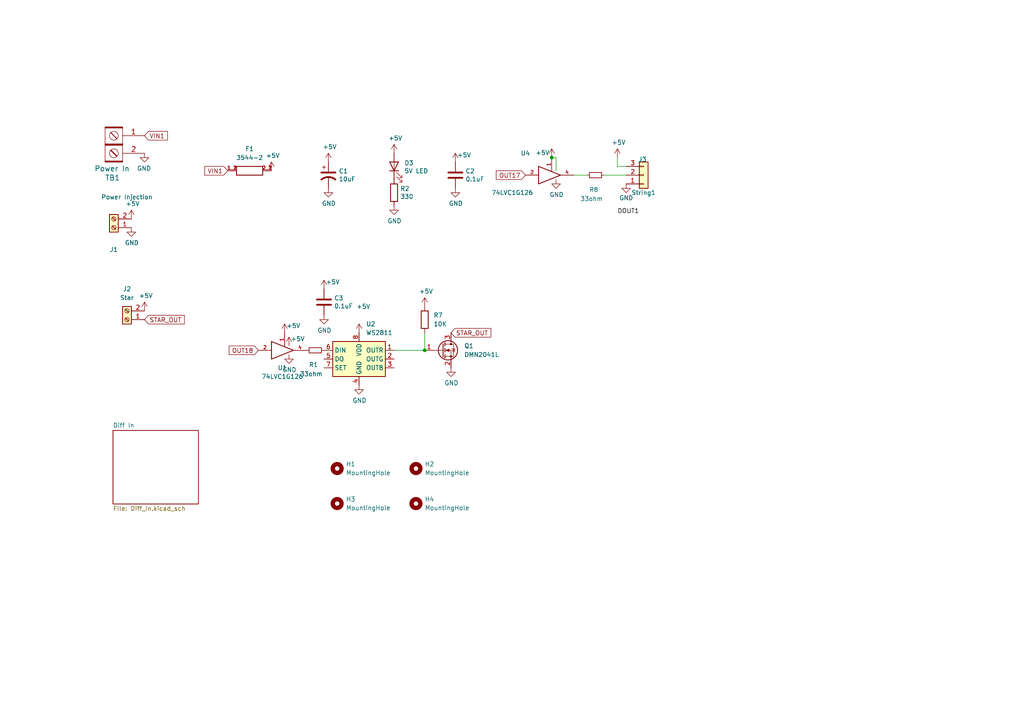
<source format=kicad_sch>
(kicad_sch (version 20211123) (generator eeschema)
  (paper "A4")
  (title_block (title "Receiver Out SMD") (date "2021-08-29") (rev "v1") (company "Scott Hanson"))
  (lib_symbols
    (symbol "74xGxx:74LVC1G126" (pin_names (offset 1.016))
      (property "Reference" "U" (at -2.54 3.81 0))
      (property "Value" "74LVC1G126" (at 0 -3.81 0))
      (symbol "74LVC1G126_0_1"
        (polyline (pts (xy -3.81 2.54) (xy -3.81 -2.54) (xy 2.54 0) (xy -3.81 2.54)) (stroke (width 0.254)))
      )
      (symbol "74LVC1G126_1_1"
        (pin input line (at 0 5.08 270) (length 3.937) (name "~") (number "1"))
        (pin input line (at -7.62 0 0) (length 3.81) (name "~") (number "2"))
        (pin power_in line (at 1.27 -1.27 270) (length 0) hide (name "GND") (number "3"))
        (pin tri_state line (at 6.35 0 180) (length 3.81) (name "~") (number "4"))
        (pin power_in line (at 1.27 1.27 90) (length 0) hide (name "VCC") (number "5"))
      )
    )
    (symbol "Connector:Screw_Terminal_01x02" (pin_names (offset 1.016) hide)
      (property "Reference" "J" (at 0 2.54 0))
      (property "Value" "Screw_Terminal_01x02" (at 0 -5.08 0))
      (symbol "Screw_Terminal_01x02_1_1"
        (rectangle (start -1.27 1.27) (end 1.27 -3.81) (stroke (width 0.254)) (fill (type background)))
        (circle (center 0 -2.54) (radius 0.635) (stroke (width 0.1524)))
        (polyline (pts (xy -0.5334 -2.2098) (xy 0.3302 -3.048)) (stroke (width 0.1524)))
        (polyline (pts (xy -0.5334 0.3302) (xy 0.3302 -0.508)) (stroke (width 0.1524)))
        (polyline (pts (xy -0.3556 -2.032) (xy 0.508 -2.8702)) (stroke (width 0.1524)))
        (polyline (pts (xy -0.3556 0.508) (xy 0.508 -0.3302)) (stroke (width 0.1524)))
        (circle (center 0 0) (radius 0.635) (stroke (width 0.1524)))
        (pin passive line (at -5.08 0 0) (length 3.81) (name "Pin_1") (number "1"))
        (pin passive line (at -5.08 -2.54 0) (length 3.81) (name "Pin_2") (number "2"))
      )
    )
    (symbol "Connector_Generic:Conn_01x03" (pin_names (offset 1.016) hide)
      (property "Reference" "J" (at 0 5.08 0))
      (property "Value" "Conn_01x03" (at 0 -5.08 0))
      (symbol "Conn_01x03_1_1"
        (rectangle (start -1.27 -2.413) (end 0 -2.667) (stroke (width 0.1524)))
        (rectangle (start -1.27 0.127) (end 0 -0.127) (stroke (width 0.1524)))
        (rectangle (start -1.27 2.667) (end 0 2.413) (stroke (width 0.1524)))
        (rectangle (start -1.27 3.81) (end 1.27 -3.81) (stroke (width 0.254)) (fill (type background)))
        (pin passive line (at -5.08 2.54 0) (length 3.81) (name "Pin_1") (number "1"))
        (pin passive line (at -5.08 0 0) (length 3.81) (name "Pin_2") (number "2"))
        (pin passive line (at -5.08 -2.54 0) (length 3.81) (name "Pin_3") (number "3"))
      )
    )
    (symbol "Device:C" (pin_numbers hide) (pin_names (offset 0.254))
      (property "Reference" "C" (at 0.635 2.54 0))
      (property "Value" "C" (at 0.635 -2.54 0))
      (symbol "C_0_1"
        (polyline (pts (xy -2.032 -0.762) (xy 2.032 -0.762)) (stroke (width 0.508)))
        (polyline (pts (xy -2.032 0.762) (xy 2.032 0.762)) (stroke (width 0.508)))
      )
      (symbol "C_1_1"
        (pin passive line (at 0 3.81 270) (length 2.794) (name "~") (number "1"))
        (pin passive line (at 0 -3.81 90) (length 2.794) (name "~") (number "2"))
      )
    )
    (symbol "Device:C_Polarized_US" (pin_numbers hide) (pin_names (offset 0.254) hide)
      (property "Reference" "C" (at 0.635 2.54 0))
      (property "Value" "C_Polarized_US" (at 0.635 -2.54 0))
      (symbol "C_Polarized_US_0_1"
        (polyline (pts (xy -2.032 0.762) (xy 2.032 0.762)) (stroke (width 0.508)))
        (polyline (pts (xy -1.778 2.286) (xy -0.762 2.286)))
        (polyline (pts (xy -1.27 1.778) (xy -1.27 2.794)))
        (arc (start 2.032 -1.27) (mid 0 -0.5572) (end -2.032 -1.27) (stroke (width 0.508)))
      )
      (symbol "C_Polarized_US_1_1"
        (pin passive line (at 0 3.81 270) (length 2.794) (name "~") (number "1"))
        (pin passive line (at 0 -3.81 90) (length 3.302) (name "~") (number "2"))
      )
    )
    (symbol "Device:LED" (pin_numbers hide) (pin_names (offset 1.016) hide)
      (property "Reference" "D" (at 0 2.54 0))
      (property "Value" "LED" (at 0 -2.54 0))
      (symbol "LED_0_1"
        (polyline (pts (xy -1.27 -1.27) (xy -1.27 1.27)) (stroke (width 0.254)))
        (polyline (pts (xy -1.27 0) (xy 1.27 0)))
        (polyline (pts (xy 1.27 -1.27) (xy 1.27 1.27) (xy -1.27 0) (xy 1.27 -1.27)) (stroke (width 0.254)))
        (polyline (pts (xy -3.048 -0.762) (xy -4.572 -2.286) (xy -3.81 -2.286) (xy -4.572 -2.286) (xy -4.572 -1.524)))
        (polyline (pts (xy -1.778 -0.762) (xy -3.302 -2.286) (xy -2.54 -2.286) (xy -3.302 -2.286) (xy -3.302 -1.524)))
      )
      (symbol "LED_1_1"
        (pin passive line (at -3.81 0 0) (length 2.54) (name "K") (number "1"))
        (pin passive line (at 3.81 0 180) (length 2.54) (name "A") (number "2"))
      )
    )
    (symbol "Device:R" (pin_numbers hide) (pin_names (offset 0))
      (property "Reference" "R" (at 2.032 0 90))
      (property "Value" "R" (at 0 0 90))
      (symbol "R_0_1"
        (rectangle (start -1.016 -2.54) (end 1.016 2.54) (stroke (width 0.254)))
      )
      (symbol "R_1_1"
        (pin passive line (at 0 3.81 270) (length 1.27) (name "~") (number "1"))
        (pin passive line (at 0 -3.81 90) (length 1.27) (name "~") (number "2"))
      )
    )
    (symbol "Device:R_Small" (pin_numbers hide) (pin_names (offset 0.254) hide)
      (property "Reference" "R" (at 0.762 0.508 0))
      (property "Value" "R_Small" (at 0.762 -1.016 0))
      (symbol "R_Small_0_1"
        (rectangle (start -0.762 1.778) (end 0.762 -1.778) (stroke (width 0.2032)))
      )
      (symbol "R_Small_1_1"
        (pin passive line (at 0 2.54 270) (length 0.762) (name "~") (number "1"))
        (pin passive line (at 0 -2.54 90) (length 0.762) (name "~") (number "2"))
      )
    )
    (symbol "Driver_LED:WS2811"
      (property "Reference" "U" (at -6.35 6.35 0))
      (property "Value" "WS2811" (at 5.08 6.35 0))
      (symbol "WS2811_0_1"
        (rectangle (start -7.62 5.08) (end 7.62 -5.08) (stroke (width 0.254)) (fill (type background)))
      )
      (symbol "WS2811_1_1"
        (pin output line (at 10.16 2.54 180) (length 2.54) (name "OUTR") (number "1"))
        (pin output line (at 10.16 0 180) (length 2.54) (name "OUTG") (number "2"))
        (pin output line (at 10.16 -2.54 180) (length 2.54) (name "OUTB") (number "3"))
        (pin power_in line (at 0 -7.62 90) (length 2.54) (name "GND") (number "4"))
        (pin output line (at -10.16 0 0) (length 2.54) (name "DO") (number "5"))
        (pin input line (at -10.16 2.54 0) (length 2.54) (name "DIN") (number "6"))
        (pin input line (at -10.16 -2.54 0) (length 2.54) (name "SET") (number "7"))
        (pin power_in line (at 0 7.62 270) (length 2.54) (name "VDD") (number "8"))
      )
    )
    (symbol "Mechanical:MountingHole" (pin_names (offset 1.016))
      (property "Reference" "H" (at 0 5.08 0))
      (property "Value" "MountingHole" (at 0 3.175 0))
      (symbol "MountingHole_0_1"
        (circle (center 0 0) (radius 1.27) (stroke (width 1.27)))
      )
    )
    (symbol "Scotts:3544-2" (pin_names (offset 1.016) hide)
      (property "Reference" "F?" (at -3.81 2.54 0))
      (property "Value" "3544-2" (at -3.81 -2.54 0))
      (symbol "3544-2_0_0"
        (polyline (pts (xy -3.81 -1.27) (xy -3.81 1.27)) (stroke (width 0.254)))
        (polyline (pts (xy -3.81 1.27) (xy 3.81 1.27)) (stroke (width 0.254)))
        (polyline (pts (xy 3.81 -1.27) (xy -3.81 -1.27)) (stroke (width 0.254)))
        (polyline (pts (xy 3.81 1.27) (xy 3.81 -1.27)) (stroke (width 0.254)))
        (text "~" (at 0 0 0) (effects (font (size 1.27 1.27))))
        (pin passive line (at -6.35 0 0) (length 2.54) (name "1") (number "1_1"))
        (pin passive line (at -6.35 0 0) (length 2.54) (name "1") (number "1_2"))
        (pin passive line (at 6.35 0 180) (length 2.54) (name "2") (number "2_1"))
        (pin passive line (at 6.35 0 180) (length 2.54) (name "2") (number "2_2"))
      )
    )
    (symbol "Scotts:BARRIER_BLOCK_1ROW_2POS" (pin_names (offset 1.016) hide)
      (property "Reference" "TB" (at 0.127 -6.731 0))
      (property "Value" "BARRIER_BLOCK_1ROW_2POS" (at 0.254 6.35 0))
      (symbol "BARRIER_BLOCK_1ROW_2POS_0_1"
        (rectangle (start -2.54 5.08) (end 2.54 -5.08))
        (circle (center 0 -2.54) (radius 1.27))
        (polyline (pts (xy -2.54 -4.699) (xy -2.54 -5.08) (xy 2.54 -5.08) (xy 2.54 -4.699)) (fill (type outline)))
        (polyline (pts (xy -2.54 0.254) (xy -2.54 -0.254) (xy 2.54 -0.254) (xy 2.54 0.254)) (fill (type outline)))
        (polyline (pts (xy -2.54 4.699) (xy -2.54 5.08) (xy 2.54 5.08) (xy 2.54 4.699)) (fill (type outline)))
        (polyline (pts (xy -0.8382 -3.5052) (xy -0.9652 -3.3782) (xy 0.8128 -1.6002) (xy 0.9652 -1.7018) (xy -0.8382 -3.5052)) (fill (type outline)))
        (polyline (pts (xy -0.8382 1.5748) (xy -0.9652 1.6764) (xy -0.0508 2.5908) (xy 0.8382 3.4798) (xy 0.9652 3.3528) (xy 0.9652 3.3528)) (fill (type outline)))
        (circle (center 0 2.54) (radius 1.27))
      )
      (symbol "BARRIER_BLOCK_1ROW_2POS_1_1"
        (pin passive line (at -8.89 2.54 0) (length 6.35) (name "P1") (number "1"))
        (pin passive line (at -8.89 -2.54 0) (length 6.35) (name "P2") (number "2"))
      )
    )
    (symbol "Transistor_FET:DMN2041L" (pin_names hide)
      (property "Reference" "Q" (at 5.08 1.905 0))
      (property "Value" "DMN2041L" (at 5.08 0 0))
      (symbol "DMN2041L_0_1"
        (polyline (pts (xy 0.254 0) (xy -2.54 0)))
        (polyline (pts (xy 0.254 1.905) (xy 0.254 -1.905)) (stroke (width 0.254)))
        (polyline (pts (xy 0.762 -1.27) (xy 0.762 -2.286)) (stroke (width 0.254)))
        (polyline (pts (xy 0.762 0.508) (xy 0.762 -0.508)) (stroke (width 0.254)))
        (polyline (pts (xy 0.762 2.286) (xy 0.762 1.27)) (stroke (width 0.254)))
        (polyline (pts (xy 2.54 2.54) (xy 2.54 1.778)))
        (polyline (pts (xy 2.54 -2.54) (xy 2.54 0) (xy 0.762 0)))
        (polyline (pts (xy 0.762 -1.778) (xy 3.302 -1.778) (xy 3.302 1.778) (xy 0.762 1.778)))
        (polyline (pts (xy 1.016 0) (xy 2.032 0.381) (xy 2.032 -0.381) (xy 1.016 0)) (fill (type outline)))
        (polyline (pts (xy 2.794 0.508) (xy 2.921 0.381) (xy 3.683 0.381) (xy 3.81 0.254)))
        (polyline (pts (xy 3.302 0.381) (xy 2.921 -0.254) (xy 3.683 -0.254) (xy 3.302 0.381)))
        (circle (center 1.651 0) (radius 2.794) (stroke (width 0.254)))
        (circle (center 2.54 -1.778) (radius 0.254) (fill (type outline)))
        (circle (center 2.54 1.778) (radius 0.254) (fill (type outline)))
      )
      (symbol "DMN2041L_1_1"
        (pin input line (at -5.08 0 0) (length 2.54) (name "G") (number "1"))
        (pin passive line (at 2.54 -5.08 90) (length 2.54) (name "S") (number "2"))
        (pin passive line (at 2.54 5.08 270) (length 2.54) (name "D") (number "3"))
      )
    )
    (symbol "power:+5V" (power) (pin_names (offset 0))
      (property "Value" "+5V" (at 0 3.556 0))
      (symbol "+5V_0_1"
        (polyline (pts (xy -0.762 1.27) (xy 0 2.54)))
        (polyline (pts (xy 0 0) (xy 0 2.54)))
        (polyline (pts (xy 0 2.54) (xy 0.762 1.27)))
      )
      (symbol "+5V_1_1"
        (pin power_in line (at 0 0 90) (length 0) hide (name "+5V") (number "1"))
      )
    )
    (symbol "power:GND" (power) (pin_names (offset 0))
      (property "Value" "GND" (at 0 -3.81 0))
      (symbol "GND_0_1"
        (polyline (pts (xy 0 0) (xy 0 -1.27) (xy 1.27 -1.27) (xy 0 -2.54) (xy -1.27 -1.27) (xy 0 -1.27)))
      )
      (symbol "GND_1_1"
        (pin power_in line (at 0 0 270) (length 0) hide (name "GND") (number "1"))
      )
    )
  )
  (junction (at 160.02 45.72))
  (junction (at 123.19 101.6))
  (wire (pts (xy 166.37 50.8) (xy 170.18 50.8)))
  (wire (pts (xy 114.3 101.6) (xy 123.19 101.6)))
  (wire (pts (xy 179.07 45.72) (xy 179.07 48.26)))
  (wire (pts (xy 160.02 45.72) (xy 161.29 45.72)))
  (wire (pts (xy 123.19 96.52) (xy 123.19 101.6)))
  (wire (pts (xy 175.26 50.8) (xy 181.61 50.8)))
  (wire (pts (xy 179.07 48.26) (xy 181.61 48.26)))
  (wire (pts (xy 161.29 45.72) (xy 161.29 49.53)))
  (label "DOUT1" (at 179.07 62.23 0))
  (global_label "STAR_OUT" (shape input) (at 130.81 96.52 0) (property "Intersheet References" "${INTERSHEET_REFS}" (effects hide)))
  (global_label "OUT18" (shape input) (at 74.93 101.6 180) (property "Intersheet References" "${INTERSHEET_REFS}" (effects hide)))
  (global_label "VIN1" (shape input) (at 41.91 39.37 0) (property "Intersheet References" "${INTERSHEET_REFS}" (effects hide)))
  (global_label "VIN1" (shape input) (at 66.04 49.53 180) (property "Intersheet References" "${INTERSHEET_REFS}" (effects hide)))
  (global_label "STAR_OUT" (shape input) (at 41.91 92.71 0) (property "Intersheet References" "${INTERSHEET_REFS}" (effects hide)))
  (global_label "OUT17" (shape input) (at 152.4 50.8 180) (property "Intersheet References" "${INTERSHEET_REFS}" (effects hide)))
  (symbol (lib_id "Device:R") (at 114.3 55.88 180) (unit 1)
    (property "Reference" "R2" (at 116.078 54.7116 0) (effects (justify right)))
    (property "Value" "330" (at 116.078 57.023 0) (effects (justify right)))
    (property "Footprint" "Resistor_SMD:R_0603_1608Metric_Pad0.98x0.95mm_HandSolder" (effects hide))
    (property "Digi-Key_PN" "A129677CT-ND" (effects hide))
    (property "MPN" "CRGCQ0603F120R" (effects hide))
    (property "LCSC_PN" "C22787" (effects hide))
  )
  (symbol (lib_id "Device:LED") (at 114.3 48.26 90) (unit 1)
    (property "Reference" "D3" (at 117.2718 47.2694 90) (effects (justify right)))
    (property "Value" "5V LED" (at 117.2718 49.5808 90) (effects (justify right)))
    (property "Footprint" "LED_SMD:LED_0603_1608Metric_Pad1.05x0.95mm_HandSolder" (effects hide))
    (property "Digi-Key_PN" "732-4984-1-ND" (effects hide))
    (property "MPN" "150080RS75000" (effects hide))
    (property "LCSC_PN" "C2286" (effects hide))
  )
  (symbol (lib_id "power:+5V") (at 114.3 44.45 0) (unit 1)
    (property "Reference" "#PWR04" (effects hide))
    (property "Value" "+5V" (at 114.681 40.0558 0))
  )
  (symbol (lib_id "power:GND") (at 114.3 59.69 0) (unit 1)
    (property "Reference" "#PWR05" (effects hide))
    (property "Value" "GND" (at 114.427 64.0842 0))
  )
  (symbol (lib_id "Scotts:BARRIER_BLOCK_1ROW_2POS") (at 33.02 41.91 0) (mirror y) (unit 1)
    (property "Reference" "TB1" (at 32.639 51.562 0) (effects (font (size 1.524 1.524))))
    (property "Value" "Power In" (at 32.512 48.895 0) (effects (font (size 1.524 1.524))))
    (property "Footprint" "Barrier_Blocks:BARRIER_BLOCK_1ROW_2POS" (effects hide))
    (property "Digi-Key_PN" "A98472-ND" (effects hide))
    (property "MPN" "4DB-P108-02" (effects hide))
    (property "LCSC_PN" "C306200" (effects hide))
  )
  (symbol (lib_id "power:GND") (at 41.91 44.45 0) (mirror y) (unit 1)
    (property "Reference" "#PWR0107" (effects hide))
    (property "Value" "GND" (at 41.783 48.8442 0))
  )
  (symbol (lib_id "Device:C_Polarized_US") (at 95.25 50.8 0) (unit 1)
    (property "Reference" "C1" (at 98.2472 49.6316 0) (effects (justify left)))
    (property "Value" "10uF" (at 98.2472 51.943 0) (effects (justify left)))
    (property "Footprint" "Capacitor_SMD:C_0805_2012Metric_Pad1.18x1.45mm_HandSolder" (effects hide))
    (property "Digi-Key_PN" "490-5523-1-ND" (effects hide))
    (property "MPN" "GRM21BR61E106KA73L" (effects hide))
    (property "LCSC_PN" "C15850" (effects hide))
  )
  (symbol (lib_id "power:GND") (at 95.25 54.61 0) (unit 1)
    (property "Reference" "#PWR021" (effects hide))
    (property "Value" "GND" (at 95.377 59.0042 0))
  )
  (symbol (lib_id "power:+5V") (at 95.25 46.99 0) (unit 1)
    (property "Reference" "#PWR022" (effects hide))
    (property "Value" "+5V" (at 95.631 42.5958 0))
  )
  (symbol (lib_id "power:+5V") (at 93.98 83.82 0) (unit 1)
    (property "Reference" "#PWR0113" (effects hide))
    (property "Value" "+5V" (at 96.52 81.788 0))
  )
  (symbol (lib_id "Device:R_Small") (at 172.72 50.8 270) (unit 1)
    (property "Reference" "R8" (at 172.212 54.991 90))
    (property "Value" "33ohm" (at 171.577 57.658 90))
    (property "Footprint" "Resistor_SMD:R_0603_1608Metric_Pad0.98x0.95mm_HandSolder" (effects hide))
    (property "LCSC_PN" "C23140" (effects hide))
    (property "Digi-Key_PN" "311-33GRCT-ND" (effects hide))
    (property "MPN" "RC0603JR-0733RL" (effects hide))
  )
  (symbol (lib_id "74xGxx:74LVC1G126") (at 160.02 50.8 0) (unit 1)
    (property "Reference" "U4" (at 152.4 44.45 0))
    (property "Value" "74LVC1G126" (at 148.59 55.88 0))
    (property "Footprint" "Package_SO:TSOP-5_1.65x3.05mm_P0.95mm" (effects hide))
    (property "Datasheet" "http://www.ti.com/lit/sg/scyt129e/scyt129e.pdf" (effects hide))
    (property "LCSC_PN" "C7834" (effects hide))
  )
  (symbol (lib_id "Device:C") (at 93.98 87.63 0) (unit 1)
    (property "Reference" "C3" (at 96.901 86.4616 0) (effects (justify left)))
    (property "Value" "0.1uF" (at 96.901 88.773 0) (effects (justify left)))
    (property "Footprint" "Capacitor_SMD:C_0402_1005Metric" (effects hide))
    (property "Digi-Key_PN" "1292-1630-1-ND" (effects hide))
    (property "MPN" "0402B104K160CT" (effects hide))
    (property "LCSC_PN" "C1525" (effects hide))
  )
  (symbol (lib_id "power:+5V") (at 83.82 100.33 0) (unit 1)
    (property "Reference" "#PWR0120" (effects hide))
    (property "Value" "+5V" (at 86.36 98.298 0))
  )
  (symbol (lib_id "Driver_LED:WS2811") (at 104.14 104.14 0) (unit 1)
    (property "Reference" "U2" (at 106.1594 93.98 0) (effects (justify left)))
    (property "Value" "WS2811" (at 106.1594 96.52 0) (effects (justify left)))
    (property "Footprint" "Package_SO:SOP-8_3.76x4.96mm_P1.27mm" (effects hide))
    (property "Datasheet" "https://cdn-shop.adafruit.com/datasheets/WS2811.pdf" (effects hide))
    (property "LCSC_PN" "C114581" (effects hide))
  )
  (symbol (lib_id "power:GND") (at 132.08 54.61 0) (unit 1)
    (property "Reference" "#PWR0106" (effects hide))
    (property "Value" "GND" (at 132.207 59.0042 0))
  )
  (symbol (lib_id "power:GND") (at 104.14 111.76 0) (unit 1)
    (property "Reference" "#PWR0118" (effects hide))
    (property "Value" "GND" (at 104.267 116.1542 0))
  )
  (symbol (lib_id "power:GND") (at 83.82 102.87 0) (unit 1)
    (property "Reference" "#PWR0119" (effects hide))
    (property "Value" "GND" (at 83.947 107.2642 0))
  )
  (symbol (lib_id "power:+5V") (at 160.02 45.72 0) (unit 1)
    (property "Reference" "#PWR0103" (effects hide))
    (property "Value" "+5V" (at 157.353 44.323 0))
  )
  (symbol (lib_id "power:GND") (at 181.61 53.34 0) (unit 1)
    (property "Reference" "#PWR0108" (effects hide))
    (property "Value" "GND" (at 181.61 57.404 0))
  )
  (symbol (lib_id "power:GND") (at 38.1 66.04 0) (unit 1)
    (property "Reference" "#PWR0117" (effects hide))
    (property "Value" "GND" (at 38.227 70.4342 0))
  )
  (symbol (lib_id "Device:C") (at 132.08 50.8 0) (unit 1)
    (property "Reference" "C2" (at 135.001 49.6316 0) (effects (justify left)))
    (property "Value" "0.1uF" (at 135.001 51.943 0) (effects (justify left)))
    (property "Footprint" "Capacitor_SMD:C_0402_1005Metric" (effects hide))
    (property "Digi-Key_PN" "1292-1630-1-ND" (effects hide))
    (property "MPN" "0402B104K160CT" (effects hide))
    (property "LCSC_PN" "C1525" (effects hide))
  )
  (symbol (lib_id "power:+5V") (at 104.14 96.52 0) (unit 1)
    (property "Reference" "#PWR0115" (effects hide))
    (property "Value" "+5V" (at 105.41 88.9 0))
  )
  (symbol (lib_id "Mechanical:MountingHole") (at 97.79 135.89 0) (unit 1)
    (property "Reference" "H1" (at 100.33 134.6199 0) (effects (justify left)))
    (property "Value" "MountingHole" (at 100.33 137.1599 0) (effects (justify left)))
    (property "Footprint" "Scotts:MountingHole_3.7mm" (effects hide))
  )
  (symbol (lib_id "Connector_Generic:Conn_01x03") (at 186.69 50.8 0) (mirror x) (unit 1)
    (property "Reference" "J3" (at 185.166 46.228 0) (effects (justify left)))
    (property "Value" "String1" (at 183.134 55.88 0) (effects (justify left)))
    (property "Footprint" "Scotts:PhoenixContact_MCV_3.81mm_3.5mm_1x03_Vertical" (effects hide))
    (property "Digi-Key_PN" "277-5737-ND/ED10555-ND" (effects hide))
    (property "MPN" "1843619/OSTTJ0311530" (effects hide))
    (property "LCSC_PN" "C192778" (effects hide))
  )
  (symbol (lib_id "74xGxx:74LVC1G126") (at 82.55 101.6 0) (unit 1)
    (property "Reference" "U1" (at 81.915 106.68 0))
    (property "Value" "74LVC1G126" (at 81.915 109.22 0))
    (property "Footprint" "Package_SO:TSOP-5_1.65x3.05mm_P0.95mm" (effects hide))
    (property "Datasheet" "http://www.ti.com/lit/sg/scyt129e/scyt129e.pdf" (effects hide))
    (property "LCSC_PN" "C7834" (effects hide))
  )
  (symbol (lib_id "Mechanical:MountingHole") (at 120.65 135.89 0) (unit 1)
    (property "Reference" "H2" (at 123.19 134.6199 0) (effects (justify left)))
    (property "Value" "MountingHole" (at 123.19 137.1599 0) (effects (justify left)))
    (property "Footprint" "Scotts:MountingHole_3.7mm" (effects hide))
  )
  (symbol (lib_id "power:+5V") (at 123.19 88.9 0) (unit 1)
    (property "Reference" "#PWR0101" (effects hide))
    (property "Value" "+5V" (at 123.571 84.5058 0))
  )
  (symbol (lib_id "Connector:Screw_Terminal_01x02") (at 33.02 66.04 180) (unit 1)
    (property "Reference" "J1" (at 33.02 72.39 0))
    (property "Value" "Power Injection" (at 36.83 57.15 0))
    (property "Footprint" "TerminalBlock_Phoenix:TerminalBlock_Phoenix_MKDS-1,5-2_1x02_P5.00mm_Horizontal" (effects hide))
    (property "LCSC_PN" "C8404" (effects hide))
  )
  (symbol (lib_id "Connector:Screw_Terminal_01x02") (at 36.83 92.71 180) (unit 1)
    (property "Reference" "J2" (at 36.83 83.82 0))
    (property "Value" "Star" (at 36.83 86.36 0))
    (property "Footprint" "TerminalBlock_Phoenix:TerminalBlock_Phoenix_MKDS-1,5-2_1x02_P5.00mm_Horizontal" (effects hide))
    (property "LCSC_PN" "C8404" (effects hide))
  )
  (symbol (lib_id "power:GND") (at 93.98 91.44 0) (unit 1)
    (property "Reference" "#PWR0114" (effects hide))
    (property "Value" "GND" (at 94.107 95.8342 0))
  )
  (symbol (lib_id "Device:R") (at 123.19 92.71 0) (unit 1)
    (property "Reference" "R7" (at 125.73 91.4399 0) (effects (justify left)))
    (property "Value" "10K" (at 125.73 93.9799 0) (effects (justify left)))
    (property "Footprint" "Resistor_SMD:R_0603_1608Metric_Pad0.98x0.95mm_HandSolder" (effects hide))
    (property "LCSC_PN" "C25804" (effects hide))
  )
  (symbol (lib_id "power:+5V") (at 179.07 45.72 0) (unit 1)
    (property "Reference" "#PWR0109" (effects hide))
    (property "Value" "+5V" (at 179.451 41.3258 0))
  )
  (symbol (lib_id "power:+5V") (at 41.91 90.17 0) (unit 1)
    (property "Reference" "#PWR0111" (effects hide))
    (property "Value" "+5V" (at 42.291 85.7758 0))
  )
  (symbol (lib_id "power:GND") (at 130.81 106.68 0) (unit 1)
    (property "Reference" "#PWR0102" (effects hide))
    (property "Value" "GND" (at 130.937 111.0742 0))
  )
  (symbol (lib_id "Mechanical:MountingHole") (at 97.79 146.05 0) (unit 1)
    (property "Reference" "H3" (at 100.33 144.7799 0) (effects (justify left)))
    (property "Value" "MountingHole" (at 100.33 147.3199 0) (effects (justify left)))
    (property "Footprint" "Scotts:MountingHole_3.7mm" (effects hide))
  )
  (symbol (lib_id "power:+5V") (at 78.74 49.53 0) (unit 1)
    (property "Reference" "#PWR0110" (effects hide))
    (property "Value" "+5V" (at 79.121 45.1358 0))
  )
  (symbol (lib_id "Device:R_Small") (at 91.44 101.6 270) (unit 1)
    (property "Reference" "R1" (at 90.932 105.791 90))
    (property "Value" "33ohm" (at 90.297 108.458 90))
    (property "Footprint" "Resistor_SMD:R_0603_1608Metric_Pad0.98x0.95mm_HandSolder" (effects hide))
    (property "LCSC_PN" "C23140" (effects hide))
    (property "Digi-Key_PN" "311-33GRCT-ND" (effects hide))
    (property "MPN" "RC0603JR-0733RL" (effects hide))
  )
  (symbol (lib_id "Mechanical:MountingHole") (at 120.65 146.05 0) (unit 1)
    (property "Reference" "H4" (at 123.19 144.7799 0) (effects (justify left)))
    (property "Value" "MountingHole" (at 123.19 147.3199 0) (effects (justify left)))
    (property "Footprint" "Scotts:MountingHole_3.7mm" (effects hide))
  )
  (symbol (lib_id "power:GND") (at 161.29 52.07 0) (unit 1)
    (property "Reference" "#PWR0104" (effects hide))
    (property "Value" "GND" (at 161.417 56.4642 0))
  )
  (symbol (lib_id "power:+5V") (at 38.1 63.5 0) (unit 1)
    (property "Reference" "#PWR0116" (effects hide))
    (property "Value" "+5V" (at 38.481 59.1058 0))
  )
  (symbol (lib_id "Transistor_FET:DMN2041L") (at 128.27 101.6 0) (unit 1)
    (property "Reference" "Q1" (at 134.62 100.3299 0) (effects (justify left)))
    (property "Value" "DMN2041L" (at 134.62 102.8699 0) (effects (justify left)))
    (property "Footprint" "Package_TO_SOT_SMD:SOT-23" (effects hide))
    (property "Datasheet" "https://www.diodes.com/assets/Datasheets/products_inactive_data/DMN2041L.pdf" (effects hide))
    (property "LCSC_PN" "C154903" (effects hide))
  )
  (symbol (lib_id "power:+5V") (at 82.55 96.52 0) (unit 1)
    (property "Reference" "#PWR0112" (effects hide))
    (property "Value" "+5V" (at 85.09 94.488 0))
  )
  (symbol (lib_id "Scotts:3544-2") (at 72.39 49.53 0) (unit 1)
    (property "Reference" "F1" (at 72.39 43.18 0))
    (property "Value" "3544-2" (at 72.39 45.72 0))
    (property "Footprint" "Scotts:FUSE_3544-2" (effects hide))
    (property "Digi-Key_PN" "36-3544-2-ND" (effects hide))
    (property "MPN" "3544-2" (effects hide))
    (property "LCSC" "C492610" (effects hide))
    (property "LCSC_PN" "C492610" (effects hide))
  )
  (symbol (lib_id "power:+5V") (at 132.08 46.99 0) (unit 1)
    (property "Reference" "#PWR0105" (effects hide))
    (property "Value" "+5V" (at 134.62 44.958 0))
  )
  (sheet (at 32.766 124.841) (size 24.765 21.336)
    (property "Sheet name" "Diff In" (at 32.766 124.1294 0) (effects (justify left bottom)))
    (property "Sheet file" "Diff_In.kicad_sch" (at 32.766 146.7616 0) (effects (justify left top)))
  )
)
</source>
